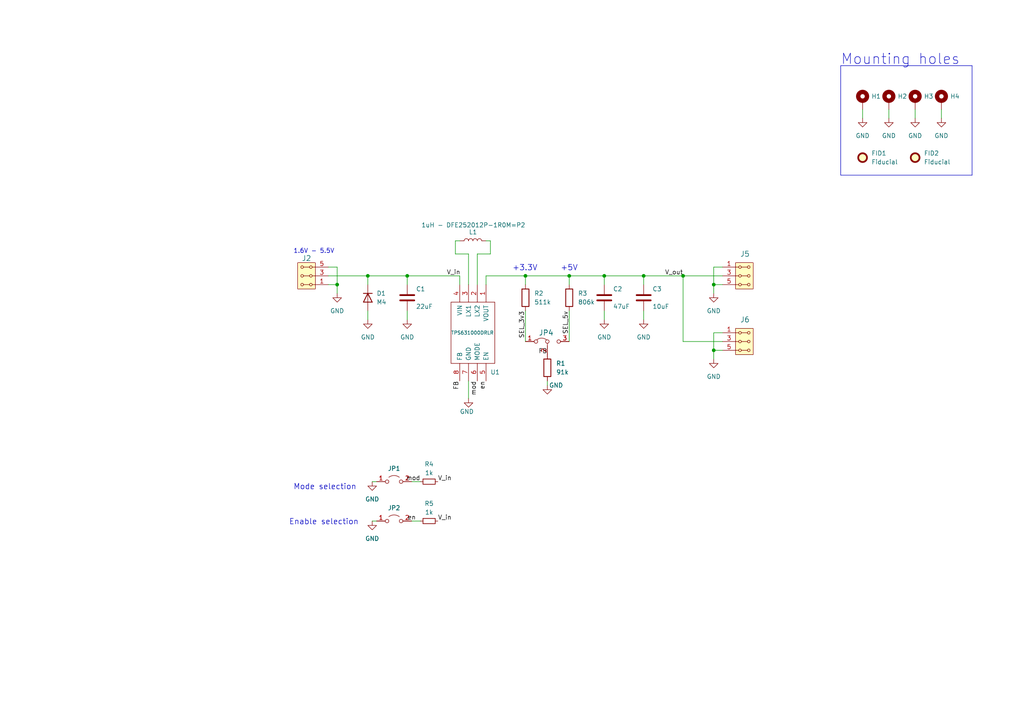
<source format=kicad_sch>
(kicad_sch (version 20230121) (generator eeschema)
  (paper "A4")
  (lib_symbols
    (symbol "Device:C" (pin_numbers hide) (pin_names (offset 0.254))
      (property "Reference" "C" (at 0.635 2.54 0))
      (property "Value" "C" (at 0.635 -2.54 0))
      (symbol "C_0_1"
        (polyline (pts (xy -2.032 -0.762) (xy 2.032 -0.762)) (stroke (width 0.508)))
        (polyline (pts (xy -2.032 0.762) (xy 2.032 0.762)) (stroke (width 0.508)))
      )
      (symbol "C_1_1"
        (pin passive line (at 0 3.81 270) (length 2.794) (name "~") (number "1"))
        (pin passive line (at 0 -3.81 90) (length 2.794) (name "~") (number "2"))
      )
    )
    (symbol "Device:D" (pin_numbers hide) (pin_names (offset 1.016) hide)
      (property "Reference" "D" (at 0 2.54 0))
      (property "Value" "D" (at 0 -2.54 0))
      (symbol "D_0_1"
        (polyline (pts (xy -1.27 1.27) (xy -1.27 -1.27)) (stroke (width 0.254)))
        (polyline (pts (xy 1.27 0) (xy -1.27 0)))
        (polyline (pts (xy 1.27 1.27) (xy 1.27 -1.27) (xy -1.27 0) (xy 1.27 1.27)) (stroke (width 0.254)))
      )
      (symbol "D_1_1"
        (pin passive line (at -3.81 0 0) (length 2.54) (name "K") (number "1"))
        (pin passive line (at 3.81 0 180) (length 2.54) (name "A") (number "2"))
      )
    )
    (symbol "Device:L" (pin_numbers hide) (pin_names (offset 1.016) hide)
      (property "Reference" "L" (at -1.27 0 90))
      (property "Value" "L" (at 1.905 0 90))
      (symbol "L_0_1"
        (arc (start 0 -2.54) (mid 0.6323 -1.905) (end 0 -1.27))
        (arc (start 0 -1.27) (mid 0.6323 -0.635) (end 0 0))
        (arc (start 0 0) (mid 0.6323 0.635) (end 0 1.27))
        (arc (start 0 1.27) (mid 0.6323 1.905) (end 0 2.54))
      )
      (symbol "L_1_1"
        (pin passive line (at 0 3.81 270) (length 1.27) (name "1") (number "1"))
        (pin passive line (at 0 -3.81 90) (length 1.27) (name "2") (number "2"))
      )
    )
    (symbol "Device:R" (pin_numbers hide) (pin_names (offset 0))
      (property "Reference" "R" (at 2.032 0 90))
      (property "Value" "R" (at 0 0 90))
      (symbol "R_0_1"
        (rectangle (start -1.016 -2.54) (end 1.016 2.54) (stroke (width 0.254)))
      )
      (symbol "R_1_1"
        (pin passive line (at 0 3.81 270) (length 1.27) (name "~") (number "1"))
        (pin passive line (at 0 -3.81 90) (length 1.27) (name "~") (number "2"))
      )
    )
    (symbol "Device:R_Small" (pin_numbers hide) (pin_names (offset 0.254) hide)
      (property "Reference" "R" (at 0.762 0.508 0))
      (property "Value" "R_Small" (at 0.762 -1.016 0))
      (symbol "R_Small_0_1"
        (rectangle (start -0.762 1.778) (end 0.762 -1.778) (stroke (width 0.2032)))
      )
      (symbol "R_Small_1_1"
        (pin passive line (at 0 2.54 270) (length 0.762) (name "~") (number "1"))
        (pin passive line (at 0 -2.54 90) (length 0.762) (name "~") (number "2"))
      )
    )
    (symbol "Jumper:Jumper_2_Open" (pin_names (offset 0) hide)
      (property "Reference" "JP" (at 0 2.794 0))
      (property "Value" "Jumper_2_Open" (at 0 -2.286 0))
      (symbol "Jumper_2_Open_0_0"
        (circle (center -2.032 0) (radius 0.508))
        (circle (center 2.032 0) (radius 0.508))
      )
      (symbol "Jumper_2_Open_0_1"
        (arc (start 1.524 1.27) (mid 0 1.778) (end -1.524 1.27))
      )
      (symbol "Jumper_2_Open_1_1"
        (pin passive line (at -5.08 0 0) (length 2.54) (name "A") (number "1"))
        (pin passive line (at 5.08 0 180) (length 2.54) (name "B") (number "2"))
      )
    )
    (symbol "Jumper:Jumper_3_Bridged12" (pin_names (offset 0) hide)
      (property "Reference" "JP" (at -2.54 -2.54 0))
      (property "Value" "Jumper_3_Bridged12" (at 0 2.794 0))
      (symbol "Jumper_3_Bridged12_0_0"
        (circle (center -3.302 0) (radius 0.508))
        (circle (center 0 0) (radius 0.508))
        (circle (center 3.302 0) (radius 0.508))
      )
      (symbol "Jumper_3_Bridged12_0_1"
        (arc (start -0.254 0.508) (mid -1.651 0.9912) (end -3.048 0.508))
        (polyline (pts (xy 0 -1.27) (xy 0 -0.508)))
      )
      (symbol "Jumper_3_Bridged12_1_1"
        (pin passive line (at -6.35 0 0) (length 2.54) (name "A") (number "1"))
        (pin passive line (at 0 -3.81 90) (length 2.54) (name "C") (number "2"))
        (pin passive line (at 6.35 0 180) (length 2.54) (name "B") (number "3"))
      )
    )
    (symbol "MLAB_HEADER:HEADER_2x03_PARALLEL" (pin_names (offset 1.016))
      (property "Reference" "J" (at 0 -5.08 0))
      (property "Value" "HEADER_2x03_PARALLEL" (at 0 5.08 0))
      (symbol "HEADER_2x03_PARALLEL_0_1"
        (rectangle (start -2.54 3.81) (end 2.54 -3.81) (fill (type background)))
        (circle (center -1.27 -2.54) (radius 0.381))
        (circle (center -1.27 0) (radius 0.381))
        (circle (center -1.27 2.54) (radius 0.381))
        (polyline (pts (xy -1.651 -2.54) (xy -2.54 -2.54)))
        (polyline (pts (xy -1.651 0) (xy -2.54 0)))
        (polyline (pts (xy -1.651 2.54) (xy -2.54 2.54)))
        (polyline (pts (xy -0.889 -2.54) (xy 0.889 -2.54)))
        (polyline (pts (xy -0.889 0) (xy 0.889 0)))
        (polyline (pts (xy -0.889 2.54) (xy 0.889 2.54)))
        (circle (center 1.27 -2.54) (radius 0.381))
        (circle (center 1.27 0) (radius 0.381))
        (circle (center 1.27 2.54) (radius 0.381))
      )
      (symbol "HEADER_2x03_PARALLEL_1_1"
        (pin input line (at -6.35 2.54 0) (length 3.81) (name "~") (number "1"))
        (pin input line (at -6.35 2.54 0) (length 3.81) hide (name "~") (number "2"))
        (pin input line (at -6.35 0 0) (length 3.81) (name "~") (number "3"))
        (pin input line (at -6.35 0 0) (length 3.81) hide (name "~") (number "4"))
        (pin input line (at -6.35 -2.54 0) (length 3.81) (name "~") (number "5"))
        (pin input line (at -6.35 -2.54 0) (length 3.81) hide (name "~") (number "6"))
      )
    )
    (symbol "Mechanical:Fiducial"
      (property "Reference" "FID" (at 0 5.08 0))
      (property "Value" "Fiducial" (at 0 3.175 0))
      (symbol "Fiducial_0_1"
        (circle (center 0 0) (radius 1.27) (stroke (width 0.508)) (fill (type background)))
      )
    )
    (symbol "Mechanical:MountingHole_Pad" (pin_numbers hide) (pin_names (offset 1.016) hide)
      (property "Reference" "H" (at 0 6.35 0))
      (property "Value" "MountingHole_Pad" (at 0 4.445 0))
      (symbol "MountingHole_Pad_0_1"
        (circle (center 0 1.27) (radius 1.27) (stroke (width 1.27)))
      )
      (symbol "MountingHole_Pad_1_1"
        (pin input line (at 0 -2.54 90) (length 2.54) (name "1") (number "1"))
      )
    )
    (symbol "TPS631000DRLR:TPS631000DRLR" (pin_names (offset 0.762))
      (property "Reference" "U" (at 24.13 7.62 0))
      (property "Value" "TPS631000DRLR" (at 24.13 5.08 0))
      (symbol "TPS631000DRLR_0_0"
        (pin passive line (at 0 0 0) (length 5.08) (name "VOUT") (number "1"))
        (pin passive line (at 0 -2.54 0) (length 5.08) (name "LX2") (number "2"))
        (pin passive line (at 0 -5.08 0) (length 5.08) (name "LX1") (number "3"))
        (pin passive line (at 0 -7.62 0) (length 5.08) (name "VIN") (number "4"))
        (pin passive line (at 27.94 0 180) (length 5.08) (name "EN") (number "5"))
        (pin passive line (at 27.94 -2.54 180) (length 5.08) (name "MODE") (number "6"))
        (pin passive line (at 27.94 -5.08 180) (length 5.08) (name "GND") (number "7"))
        (pin passive line (at 27.94 -7.62 180) (length 5.08) (name "FB") (number "8"))
      )
      (symbol "TPS631000DRLR_0_1"
        (polyline (pts (xy 5.08 2.54) (xy 22.86 2.54) (xy 22.86 -10.16) (xy 5.08 -10.16) (xy 5.08 2.54)) (stroke (width 0.1524)))
      )
    )
    (symbol "power:GND" (power) (pin_names (offset 0))
      (property "Value" "GND" (at 0 -3.81 0))
      (symbol "GND_0_1"
        (polyline (pts (xy 0 0) (xy 0 -1.27) (xy 1.27 -1.27) (xy 0 -2.54) (xy -1.27 -1.27) (xy 0 -1.27)))
      )
      (symbol "GND_1_1"
        (pin power_in line (at 0 0 270) (length 0) hide (name "GND") (number "1"))
      )
    )
  )
  (junction (at 118.11 80.01))
  (junction (at 106.68 80.01))
  (junction (at 207.01 82.55))
  (junction (at 186.69 80.01))
  (junction (at 152.4 80.01))
  (junction (at 198.12 80.01))
  (junction (at 165.1 80.01))
  (junction (at 207.01 101.6))
  (junction (at 97.79 82.55))
  (junction (at 175.26 80.01))
  (polyline (pts (xy 243.84 19.05) (xy 281.94 19.05)))
  (wire (pts (xy 118.11 80.01) (xy 118.11 82.55)))
  (polyline (pts (xy 281.94 50.8) (xy 243.84 50.8)))
  (wire (pts (xy 118.11 80.01) (xy 133.35 80.01)))
  (wire (pts (xy 257.81 31.75) (xy 257.81 34.29)))
  (wire (pts (xy 140.97 82.55) (xy 140.97 80.01)))
  (wire (pts (xy 152.4 90.17) (xy 152.4 99.06)))
  (wire (pts (xy 133.35 69.85) (xy 132.08 69.85)))
  (wire (pts (xy 121.92 151.13) (xy 119.38 151.13)))
  (wire (pts (xy 207.01 96.52) (xy 207.01 101.6)))
  (wire (pts (xy 133.35 80.01) (xy 133.35 82.55)))
  (wire (pts (xy 132.08 69.85) (xy 132.08 73.66)))
  (wire (pts (xy 135.89 73.66) (xy 135.89 82.55)))
  (wire (pts (xy 175.26 90.17) (xy 175.26 92.71)))
  (wire (pts (xy 186.69 90.17) (xy 186.69 92.71)))
  (wire (pts (xy 273.05 31.75) (xy 273.05 34.29)))
  (wire (pts (xy 106.68 90.17) (xy 106.68 92.71)))
  (wire (pts (xy 175.26 80.01) (xy 175.26 82.55)))
  (wire (pts (xy 138.43 73.66) (xy 142.24 73.66)))
  (wire (pts (xy 95.25 82.55) (xy 97.79 82.55)))
  (wire (pts (xy 165.1 90.17) (xy 165.1 99.06)))
  (wire (pts (xy 118.11 90.17) (xy 118.11 92.71)))
  (wire (pts (xy 106.68 80.01) (xy 118.11 80.01)))
  (wire (pts (xy 265.43 31.75) (xy 265.43 34.29)))
  (wire (pts (xy 142.24 73.66) (xy 142.24 69.85)))
  (wire (pts (xy 207.01 82.55) (xy 209.55 82.55)))
  (wire (pts (xy 158.75 110.49) (xy 158.75 111.76)))
  (wire (pts (xy 97.79 82.55) (xy 97.79 85.09)))
  (wire (pts (xy 132.08 73.66) (xy 135.89 73.66)))
  (wire (pts (xy 250.19 31.75) (xy 250.19 34.29)))
  (wire (pts (xy 186.69 80.01) (xy 186.69 82.55)))
  (wire (pts (xy 135.89 110.49) (xy 135.89 115.57)))
  (wire (pts (xy 209.55 96.52) (xy 207.01 96.52)))
  (wire (pts (xy 198.12 99.06) (xy 209.55 99.06)))
  (wire (pts (xy 140.97 80.01) (xy 152.4 80.01)))
  (wire (pts (xy 175.26 80.01) (xy 186.69 80.01)))
  (wire (pts (xy 152.4 80.01) (xy 165.1 80.01)))
  (wire (pts (xy 186.69 80.01) (xy 198.12 80.01)))
  (wire (pts (xy 207.01 101.6) (xy 207.01 104.14)))
  (wire (pts (xy 207.01 77.47) (xy 207.01 82.55)))
  (wire (pts (xy 165.1 80.01) (xy 165.1 82.55)))
  (wire (pts (xy 107.95 139.7) (xy 109.22 139.7)))
  (wire (pts (xy 152.4 80.01) (xy 152.4 82.55)))
  (wire (pts (xy 198.12 80.01) (xy 209.55 80.01)))
  (wire (pts (xy 107.95 151.13) (xy 109.22 151.13)))
  (wire (pts (xy 97.79 77.47) (xy 97.79 82.55)))
  (wire (pts (xy 198.12 80.01) (xy 198.12 99.06)))
  (wire (pts (xy 95.25 80.01) (xy 106.68 80.01)))
  (wire (pts (xy 207.01 82.55) (xy 207.01 85.09)))
  (wire (pts (xy 138.43 82.55) (xy 138.43 73.66)))
  (polyline (pts (xy 281.94 19.05) (xy 281.94 50.8)))
  (wire (pts (xy 207.01 101.6) (xy 209.55 101.6)))
  (polyline (pts (xy 243.84 19.05) (xy 243.84 50.8)))
  (wire (pts (xy 95.25 77.47) (xy 97.79 77.47)))
  (wire (pts (xy 142.24 69.85) (xy 140.97 69.85)))
  (wire (pts (xy 121.92 139.7) (xy 119.38 139.7)))
  (wire (pts (xy 165.1 80.01) (xy 175.26 80.01)))
  (wire (pts (xy 209.55 77.47) (xy 207.01 77.47)))
  (wire (pts (xy 106.68 80.01) (xy 106.68 82.55)))
  (text "Mounting holes" (at 243.84 19.05 0) (effects (font (size 3 3)) (justify left bottom)))
  (text "Enable selection" (at 83.82 152.4 0) (effects (font (size 1.6 1.6)) (justify left bottom)))
  (text "+5V" (at 162.56 78.74 0) (effects (font (size 1.6 1.6)) (justify left bottom)))
  (text "Mode selection" (at 85.09 142.24 0) (effects (font (size 1.6 1.6)) (justify left bottom)))
  (text "1.6V - 5.5V" (at 85.09 73.66 0) (effects (font (size 1.27 1.27)) (justify left bottom)))
  (text "+3.3V" (at 148.59 78.74 0) (effects (font (size 1.6 1.6)) (justify left bottom)))
  (label "FB" (at 158.75 102.87 180))
  (label "en" (at 140.97 110.49 270))
  (label "V_in" (at 127 151.13 0))
  (label "en" (at 120.65 151.13 180))
  (label "V_in" (at 127 139.7 0))
  (label "V_in" (at 129.54 80.01 0))
  (label "SEL_3v3" (at 152.4 90.17 270))
  (label "FB" (at 133.35 110.49 270))
  (label "V_out" (at 198.12 80.01 180))
  (label "mod" (at 121.92 139.7 180))
  (label "SEL_5v" (at 165.1 90.17 270))
  (label "mod" (at 138.43 110.49 270))
  (symbol (lib_id "Device:R") (at 158.75 106.68 0) (unit 1)
    (property "Reference" "R1" (at 161.29 105.4099 0) (effects (justify left)))
    (property "Value" "91k" (at 161.29 107.9499 0) (effects (justify left)))
    (property "Footprint" "Resistor_SMD:R_0805_2012Metric" (effects hide))
    (property "UST_ID" "650b59ec462c6d9e72054677" (effects hide))
  )
  (symbol (lib_id "Mechanical:MountingHole_Pad") (at 257.81 29.21 0) (unit 1)
    (property "Reference" "H2" (at 260.35 27.9399 0) (effects (justify left)))
    (property "Value" "MountingHole_Pad" (effects hide))
    (property "Footprint" "Mlab_Mechanical:MountingHole_3mm" (effects hide))
  )
  (symbol (lib_id "Device:R") (at 165.1 86.36 0) (unit 1)
    (property "Reference" "R3" (at 167.64 85.0899 0) (effects (justify left)))
    (property "Value" "806k" (at 167.64 87.6299 0) (effects (justify left)))
    (property "Footprint" "Resistor_SMD:R_0805_2012Metric" (effects hide))
    (property "UST_ID" "650b5abb462c6d9e720546b8" (effects hide))
  )
  (symbol (lib_id "power:GND") (at 118.11 92.71 0) (unit 1)
    (property "Reference" "#PWR05" (effects hide))
    (property "Value" "GND" (at 118.11 97.79 0))
  )
  (symbol (lib_id "Jumper:Jumper_3_Bridged12") (at 158.75 99.06 0) (unit 1)
    (property "Reference" "JP4" (at 156.21 96.52 0) (effects (font (size 1.524 1.524)) (justify left)))
    (property "Value" "HEADER_1x03" (effects hide))
    (property "Footprint" "Connector_PinHeader_2.54mm:PinHeader_1x03_P2.54mm_Vertical" (effects hide))
  )
  (symbol (lib_id "power:GND") (at 265.43 34.29 0) (unit 1)
    (property "Reference" "#PWR014" (effects hide))
    (property "Value" "GND" (at 265.43 39.37 0))
  )
  (symbol (lib_id "Mechanical:MountingHole_Pad") (at 273.05 29.21 0) (unit 1)
    (property "Reference" "H4" (at 275.59 27.9399 0) (effects (justify left)))
    (property "Value" "MountingHole_Pad" (effects hide))
    (property "Footprint" "Mlab_Mechanical:MountingHole_3mm" (effects hide))
  )
  (symbol (lib_id "Device:C") (at 186.69 86.36 0) (unit 1)
    (property "Reference" "C3" (at 189.23 83.82 0) (effects (justify left)))
    (property "Value" "10uF" (at 189.23 88.9 0) (effects (justify left)))
    (property "Footprint" "Capacitor_SMD:C_0805_2012Metric" (effects hide))
    (property "UST_ID" "5c70984712875079b91f8b53" (effects hide))
  )
  (symbol (lib_id "MLAB_HEADER:HEADER_2x03_PARALLEL") (at 88.9 80.01 180) (unit 1)
    (property "Reference" "J2" (at 88.9 74.93 0) (effects (font (size 1.524 1.524))))
    (property "Value" "HEADER_2x03_PARALLEL" (effects hide))
    (property "Footprint" "Connector_PinHeader_2.54mm:PinHeader_2x03_P2.54mm_Vertical" (effects hide))
  )
  (symbol (lib_id "power:GND") (at 158.75 111.76 0) (unit 1)
    (property "Reference" "#PWR06" (effects hide))
    (property "Value" "GND" (at 161.29 111.76 0))
  )
  (symbol (lib_id "power:GND") (at 135.89 115.57 0) (unit 1)
    (property "Reference" "#PWR07" (effects hide))
    (property "Value" "GND" (at 133.35 119.38 0) (effects (justify left)))
  )
  (symbol (lib_id "power:GND") (at 207.01 104.14 0) (unit 1)
    (property "Reference" "#PWR011" (effects hide))
    (property "Value" "GND" (at 207.01 109.22 0))
  )
  (symbol (lib_id "power:GND") (at 257.81 34.29 0) (unit 1)
    (property "Reference" "#PWR013" (effects hide))
    (property "Value" "GND" (at 257.81 39.37 0))
  )
  (symbol (lib_id "Device:L") (at 137.16 69.85 90) (unit 1)
    (property "Reference" "L1" (at 138.43 67.31 90) (effects (justify left)))
    (property "Value" "1uH - DFE252012P-1R0M=P2" (at 152.4 65.278 90) (effects (justify left)))
    (property "Footprint" "Inductor_SMD:L_1008_2520Metric" (effects hide))
    (property "UST_ID" "650b5977462c6d9e72054656" (effects hide))
  )
  (symbol (lib_id "power:GND") (at 107.95 139.7 0) (unit 1)
    (property "Reference" "#PWR03" (effects hide))
    (property "Value" "GND" (at 107.95 144.78 0))
  )
  (symbol (lib_id "power:GND") (at 106.68 92.71 0) (unit 1)
    (property "Reference" "#PWR04" (effects hide))
    (property "Value" "GND" (at 106.68 97.79 0))
  )
  (symbol (lib_id "TPS631000DRLR:TPS631000DRLR") (at 140.97 82.55 270) (unit 1)
    (property "Reference" "U1" (at 142.24 107.95 90) (effects (justify left)))
    (property "Value" "TPS631000DRLR" (at 130.81 96.52 90) (effects (font (size 1 1)) (justify left)))
    (property "Footprint" "Mlab_IO:TPS631000" (effects hide))
    (property "Datasheet" "https://www.ti.com/lit/ds/symlink/tps631000.pdf?ts=1652152702265" (effects hide))
    (property "Description" "Switching Voltage Regulators 1.5-A output current, high power density buck-boost converter" (effects hide))
    (property "Mouser Part Number" "595-TPS631000DRLR" (effects hide))
    (property "Mouser Price/Stock" "https://www.mouser.co.uk/ProductDetail/Texas-Instruments/TPS631000DRLR?qs=rSMjJ%252B1ewcRYwoN2deTeNA%3D%3D" (effects hide))
    (property "Manufacturer_Name" "Texas Instruments" (effects hide))
    (property "Manufacturer_Part_Number" "TPS631000DRLR" (effects hide))
    (property "UST_ID" "63de5ae4ae0b2d5aa05e2714" (effects hide))
  )
  (symbol (lib_id "Mechanical:Fiducial") (at 250.19 45.72 0) (unit 1)
    (property "Reference" "FID1" (at 252.73 44.45 0) (effects (justify left)))
    (property "Value" "Fiducial" (at 252.73 46.99 0) (effects (justify left)))
    (property "Footprint" "Fiducial:Fiducial_1mm_Mask2mm" (effects hide))
  )
  (symbol (lib_id "power:GND") (at 250.19 34.29 0) (unit 1)
    (property "Reference" "#PWR012" (effects hide))
    (property "Value" "GND" (at 250.19 39.37 0))
  )
  (symbol (lib_id "Jumper:Jumper_2_Open") (at 114.3 151.13 0) (unit 1)
    (property "Reference" "JP2" (at 114.3 147.32 0))
    (property "Value" "Jumper_2_Open" (effects hide))
    (property "Footprint" "Connector_PinHeader_2.54mm:PinHeader_1x02_P2.54mm_Vertical" (effects hide))
  )
  (symbol (lib_id "power:GND") (at 273.05 34.29 0) (unit 1)
    (property "Reference" "#PWR015" (effects hide))
    (property "Value" "GND" (at 273.05 39.37 0))
  )
  (symbol (lib_id "power:GND") (at 207.01 85.09 0) (unit 1)
    (property "Reference" "#PWR010" (effects hide))
    (property "Value" "GND" (at 207.01 90.17 0))
  )
  (symbol (lib_id "Device:R_Small") (at 124.46 151.13 90) (unit 1)
    (property "Reference" "R5" (at 124.46 146.05 90))
    (property "Value" "1k" (at 124.46 148.59 90))
    (property "Footprint" "Resistor_SMD:R_0805_2012Metric" (effects hide))
    (property "UST_ID" "5c70984512875079b91f898c" (effects hide))
  )
  (symbol (lib_id "Device:D") (at 106.68 86.36 270) (unit 1)
    (property "Reference" "D1" (at 109.22 85.0899 90) (effects (justify left)))
    (property "Value" "M4" (at 109.22 87.6299 90) (effects (justify left)))
    (property "Footprint" "Diode_SMD:D_SMA" (effects hide))
    (property "UST_ID" "5c70984512875079b91f88ac" (effects hide))
  )
  (symbol (lib_id "MLAB_HEADER:HEADER_2x03_PARALLEL") (at 215.9 99.06 0) (unit 1)
    (property "Reference" "J6" (at 214.63 92.71 0) (effects (font (size 1.524 1.524)) (justify left)))
    (property "Value" "HEADER_2x03_PARALLEL" (effects hide))
    (property "Footprint" "Connector_PinHeader_2.54mm:PinHeader_2x03_P2.54mm_Vertical" (effects hide))
  )
  (symbol (lib_id "Device:R_Small") (at 124.46 139.7 90) (unit 1)
    (property "Reference" "R4" (at 124.46 134.62 90))
    (property "Value" "1k" (at 124.46 137.16 90))
    (property "Footprint" "Resistor_SMD:R_0805_2012Metric" (effects hide))
    (property "UST_ID" "5c70984512875079b91f898c" (effects hide))
  )
  (symbol (lib_id "power:GND") (at 186.69 92.71 0) (unit 1)
    (property "Reference" "#PWR09" (effects hide))
    (property "Value" "GND" (at 186.69 97.79 0))
  )
  (symbol (lib_id "Mechanical:MountingHole_Pad") (at 265.43 29.21 0) (unit 1)
    (property "Reference" "H3" (at 267.97 27.9399 0) (effects (justify left)))
    (property "Value" "MountingHole_Pad" (effects hide))
    (property "Footprint" "Mlab_Mechanical:MountingHole_3mm" (effects hide))
  )
  (symbol (lib_id "power:GND") (at 97.79 85.09 0) (unit 1)
    (property "Reference" "#PWR02" (effects hide))
    (property "Value" "GND" (at 97.79 90.17 0))
  )
  (symbol (lib_id "Device:C") (at 175.26 86.36 0) (unit 1)
    (property "Reference" "C2" (at 177.8 83.82 0) (effects (justify left)))
    (property "Value" "47uF" (at 177.8 88.9 0) (effects (justify left)))
    (property "Footprint" "Capacitor_SMD:C_0805_2012Metric" (effects hide))
    (property "UST_ID" "5c70984812875079b91f8bbf" (effects hide))
  )
  (symbol (lib_id "MLAB_HEADER:HEADER_2x03_PARALLEL") (at 215.9 80.01 0) (unit 1)
    (property "Reference" "J5" (at 214.63 73.66 0) (effects (font (size 1.524 1.524)) (justify left)))
    (property "Value" "HEADER_2x03_PARALLEL" (effects hide))
    (property "Footprint" "Connector_PinHeader_2.54mm:PinHeader_2x03_P2.54mm_Vertical" (effects hide))
  )
  (symbol (lib_id "Mechanical:Fiducial") (at 265.43 45.72 0) (unit 1)
    (property "Reference" "FID2" (at 267.97 44.45 0) (effects (justify left)))
    (property "Value" "Fiducial" (at 267.97 46.99 0) (effects (justify left)))
    (property "Footprint" "Fiducial:Fiducial_1mm_Mask2mm" (effects hide))
  )
  (symbol (lib_id "power:GND") (at 175.26 92.71 0) (unit 1)
    (property "Reference" "#PWR08" (effects hide))
    (property "Value" "GND" (at 175.26 97.79 0))
  )
  (symbol (lib_id "power:GND") (at 107.95 151.13 0) (unit 1)
    (property "Reference" "#PWR016" (effects hide))
    (property "Value" "GND" (at 107.95 156.21 0))
  )
  (symbol (lib_id "Device:C") (at 118.11 86.36 0) (unit 1)
    (property "Reference" "C1" (at 120.65 83.82 0) (effects (justify left)))
    (property "Value" "22uF" (at 120.65 88.9 0) (effects (justify left)))
    (property "Footprint" "Capacitor_SMD:C_0805_2012Metric" (effects hide))
    (property "UST_ID" "650b58f1462c6d9e7205463b" (effects hide))
  )
  (symbol (lib_id "Jumper:Jumper_2_Open") (at 114.3 139.7 0) (unit 1)
    (property "Reference" "JP1" (at 114.3 135.89 0))
    (property "Value" "Jumper_2_Open" (effects hide))
    (property "Footprint" "Connector_PinHeader_2.54mm:PinHeader_1x02_P2.54mm_Vertical" (effects hide))
  )
  (symbol (lib_id "Mechanical:MountingHole_Pad") (at 250.19 29.21 0) (unit 1)
    (property "Reference" "H1" (at 252.73 27.9399 0) (effects (justify left)))
    (property "Value" "MountingHole_Pad" (effects hide))
    (property "Footprint" "Mlab_Mechanical:MountingHole_3mm" (effects hide))
  )
  (symbol (lib_id "Device:R") (at 152.4 86.36 0) (unit 1)
    (property "Reference" "R2" (at 154.94 85.0899 0) (effects (justify left)))
    (property "Value" "511k" (at 154.94 87.6299 0) (effects (justify left)))
    (property "Footprint" "Resistor_SMD:R_0805_2012Metric" (effects hide))
    (property "UST_ID" "650b5a43462c6d9e7205468e" (effects hide))
  )
)
</source>
